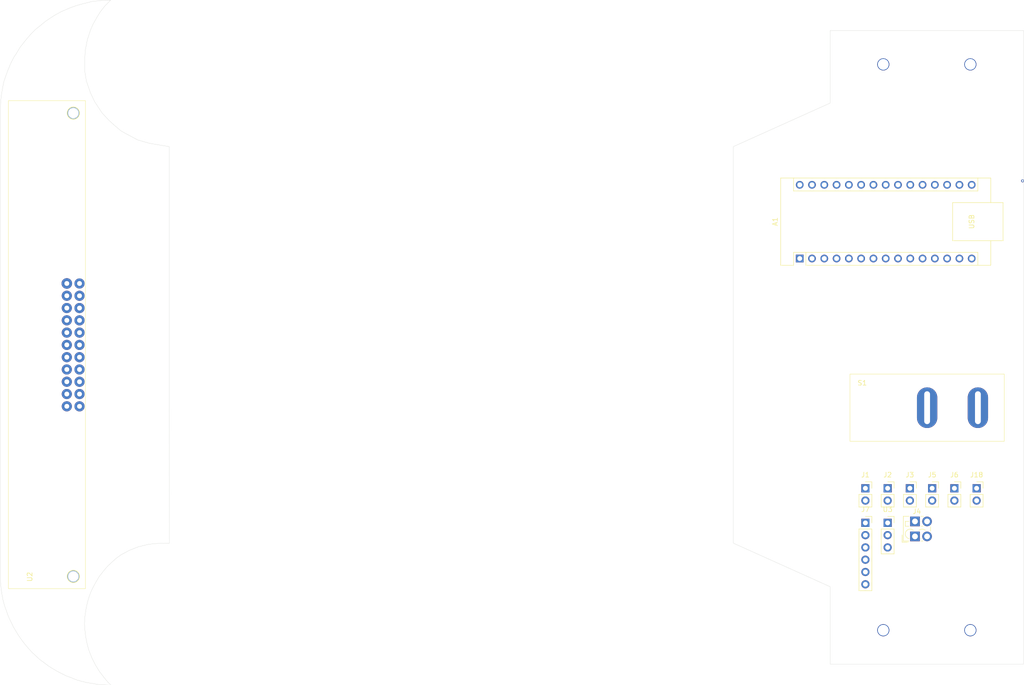
<source format=kicad_pcb>
(kicad_pcb (version 20240108) (generator "pcbnew") (generator_version "8.0")
  (layers (0 "F.Cu" signal) (31 "B.Cu" signal) (34 "B.Paste" user) (35 "F.Paste" user) (36 "B.SilkS" user "B.Silkscreen") (37 "F.SilkS" user "F.Silkscreen") (38 "B.Mask" user) (39 "F.Mask" user) (44 "Edge.Cuts" user))
  (net 0 "")
  (net 1 "/MotorBenb")
  (net 2 "/pin13_qtrx_in (RX)")
  (net 3 "/Led11")
  (net 4 "/pin13_EVEN")
  (net 5 "/Led3")
  (net 6 "/MotorAenb")
  (net 7 "/ODD")
  (net 8 "/Led4")
  (net 9 "GND")
  (net 10 "/Led8")
  (net 11 "/led10")
  (net 12 "/3V3_out")
  (net 13 "/pin1_qtrx_in (TX)")
  (net 14 "/led2")
  (net 15 "/Led12")
  (net 16 "/HighVolt_out")
  (net 17 "/RESET1")
  (net 18 "/pin12_led7")
  (net 19 "/MotorAinput")
  (net 20 "/A5")
  (net 21 "/A7")
  (net 22 "/RESET2")
  (net 23 "/MotorBinput")
  (net 24 "/Led9")
  (net 25 "/pin11_led6")
  (net 26 "/ref")
  (net 27 "/Led5")
  (net 28 "/A6")
  (net 29 "VCC")
  (net 30 "Net-(J1-Pin_1)")
  (net 31 "Net-(J1-Pin_2)")
  (net 32 "Net-(J2-Pin_2)")
  (net 33 "Net-(J2-Pin_1)")
  (net 34 "Net-(J3-Pin_1)")
  (net 35 "Net-(J3-Pin_2)")
  (net 36 "GND2")
  (net 37 "Net-(J4-Pin_1)")
  (net 38 "/QTRX_pin1_out")
  (net 39 "/QTRX_pin13_out")
  (net 40 "+12V")
  (footprint "Connector_PinSocket_2.54mm:PinSocket_1x02_P2.54mm_Vertical" (layer "F.Cu") (at 347.1 165.65)
    (property "Reference" "J5" (at 0 -2.77 0) (layer "F.SilkS"))
    (property "Value" "Socket_02")
    (fp_line (start -1.33 1.27) (end -1.33 3.87) (stroke (width 0.12)) (layer "F.SilkS"))
    (fp_line (start -1.33 1.27) (end 1.33 1.27) (stroke (width 0.12)) (layer "F.SilkS"))
    (fp_line (start -1.33 3.87) (end 1.33 3.87) (stroke (width 0.12)) (layer "F.SilkS"))
    (fp_line (start 0 -1.33) (end 1.33 -1.33) (stroke (width 0.12)) (layer "F.SilkS"))
    (fp_line (start 1.33 -1.33) (end 1.33 0) (stroke (width 0.12)) (layer "F.SilkS"))
    (fp_line (start 1.33 1.27) (end 1.33 3.87) (stroke (width 0.12)) (layer "F.SilkS"))
    (pad "1" thru_hole rect (at 0 0) (size 1.7 1.7) (drill 1) (layers "*.Cu" "*.Mask") (net 13 "/pin1_qtrx_in (TX)"))
    (pad "2" thru_hole oval (at 0 2.54) (size 1.7 1.7) (drill 1) (layers "*.Cu" "*.Mask") (net 2 "/pin13_qtrx_in (RX)"))
  )
  (footprint "Connector_PinSocket_2.54mm:PinSocket_1x02_P2.54mm_Vertical" (layer "F.Cu") (at 351.7 165.65)
    (property "Reference" "J6" (at 0 -2.77 0) (layer "F.SilkS"))
    (property "Value" "Socket_02")
    (fp_line (start -1.33 1.27) (end -1.33 3.87) (stroke (width 0.12)) (layer "F.SilkS"))
    (fp_line (start -1.33 1.27) (end 1.33 1.27) (stroke (width 0.12)) (layer "F.SilkS"))
    (fp_line (start -1.33 3.87) (end 1.33 3.87) (stroke (width 0.12)) (layer "F.SilkS"))
    (fp_line (start 0 -1.33) (end 1.33 -1.33) (stroke (width 0.12)) (layer "F.SilkS"))
    (fp_line (start 1.33 -1.33) (end 1.33 0) (stroke (width 0.12)) (layer "F.SilkS"))
    (fp_line (start 1.33 1.27) (end 1.33 3.87) (stroke (width 0.12)) (layer "F.SilkS"))
    (pad "1" thru_hole rect (at 0 0) (size 1.7 1.7) (drill 1) (layers "*.Cu" "*.Mask") (net 12 "/3V3_out"))
    (pad "2" thru_hole oval (at 0 2.54) (size 1.7 1.7) (drill 1) (layers "*.Cu" "*.Mask") (net 16 "/HighVolt_out"))
  )
  (footprint "" (layer "F.Cu") (at 337 195)
    (property "Reference" "" (at 0 0 0) (layer "F.SilkS") (effects (font (size 1.27 1.27))))
    (property "Value" "")
    (pad "" np_thru_hole circle (at 0 0 270) (size 2.5 2.5) (drill 2.2) (layers "F&B.Cu" "*.Mask"))
  )
  (footprint "" (layer "F.Cu") (at 355 195)
    (property "Reference" "" (at 0 0 0) (layer "F.SilkS") (effects (font (size 1.27 1.27))))
    (property "Value" "")
    (pad "" np_thru_hole circle (at 0 0 270) (size 2.5 2.5) (drill 2.2) (layers "F&B.Cu" "*.Mask"))
  )
  (footprint "Connector_PinSocket_2.54mm:PinSocket_1x02_P2.54mm_Vertical" (layer "F.Cu") (at 337.9 165.65)
    (property "Reference" "J2" (at 0 -2.77 0) (layer "F.SilkS"))
    (property "Value" "Socket_02")
    (fp_line (start -1.33 1.27) (end -1.33 3.87) (stroke (width 0.12)) (layer "F.SilkS"))
    (fp_line (start -1.33 1.27) (end 1.33 1.27) (stroke (width 0.12)) (layer "F.SilkS"))
    (fp_line (start -1.33 3.87) (end 1.33 3.87) (stroke (width 0.12)) (layer "F.SilkS"))
    (fp_line (start 0 -1.33) (end 1.33 -1.33) (stroke (width 0.12)) (layer "F.SilkS"))
    (fp_line (start 1.33 -1.33) (end 1.33 0) (stroke (width 0.12)) (layer "F.SilkS"))
    (fp_line (start 1.33 1.27) (end 1.33 3.87) (stroke (width 0.12)) (layer "F.SilkS"))
    (pad "1" thru_hole rect (at 0 0) (size 1.7 1.7) (drill 1) (layers "*.Cu" "*.Mask") (net 33 "Net-(J2-Pin_1)"))
    (pad "2" thru_hole oval (at 0 2.54) (size 1.7 1.7) (drill 1) (layers "*.Cu" "*.Mask") (net 32 "Net-(J2-Pin_2)"))
  )
  (footprint "RB141C1100:SW_RB141C1100" (layer "F.Cu") (at 330.0875 142.0125)
    (property "Reference" "S1" (at 2.56 1.86 0) (layer "F.SilkS"))
    (property "Value" "RB141C1100")
    (fp_rect (start 0.025 0.025) (end 31.925 13.925) (stroke (width 0.1)) (fill none) (layer "F.SilkS"))
    (pad "1" thru_hole oval (at 26.475 6.975) (size 4.2 8.4) (drill oval 1.2 6.8) (layers "*.Cu" "*.Mask") (net 37 "Net-(J4-Pin_1)"))
    (pad "2" thru_hole oval (at 15.975 6.975) (size 4.2 8.4) (drill oval 1.2 6.8) (layers "*.Cu" "*.Mask") (net 40 "+12V"))
  )
  (footprint "" (layer "F.Cu") (at 355 78)
    (property "Reference" "" (at 0 0 0) (layer "F.SilkS") (effects (font (size 1.27 1.27))))
    (property "Value" "")
    (pad "" np_thru_hole circle (at 0 0 270) (size 2.5 2.5) (drill 2.2) (layers "F&B.Cu" "*.Mask"))
  )
  (footprint "" (layer "F.Cu") (at 337 78)
    (property "Reference" "" (at 0 0 0) (layer "F.SilkS") (effects (font (size 1.27 1.27))))
    (property "Value" "")
    (pad "" np_thru_hole circle (at 0 0 270) (size 2.5 2.5) (drill 2.2) (layers "F&B.Cu" "*.Mask"))
  )
  (footprint "TerminalBlock_Phoenix:TerminalBlock_Phoenix_PTSM-0,5-2-2.5-V-THR_1x02_P2.50mm_Vertical" (layer "F.Cu") (at 343.55 175.6)
    (property "Reference" "J4" (at 0.4 -5.16 0) (layer "F.SilkS"))
    (property "Value" "Screw_Terminal")
    (fp_line (start -2.65 -0.29) (end -2.65 1.2) (stroke (width 0.12)) (layer "F.SilkS"))
    (fp_line (start -2.65 1.2) (end -1.4 1.2) (stroke (width 0.12)) (layer "F.SilkS"))
    (fp_line (start -2.41 -4.16) (end -2.41 0.961) (stroke (width 0.12)) (layer "F.SilkS"))
    (fp_line (start -2.41 -4.16) (end -1.24 -4.16) (stroke (width 0.12)) (layer "F.SilkS"))
    (fp_line (start -2.41 0.961) (end -1.24 0.961) (stroke (width 0.12)) (layer "F.SilkS"))
    (fp_line (start -2 -3.1) (end -2 -2.1) (stroke (width 0.12)) (layer "F.SilkS"))
    (fp_line (start -2 -3.1) (end -1.24 -3.1) (stroke (width 0.12)) (layer "F.SilkS"))
    (fp_line (start -2 -2.1) (end -1.24 -2.1) (stroke (width 0.12)) (layer "F.SilkS"))
    (fp_line (start 1.24 -4.16) (end 1.763 -4.16) (stroke (width 0.12)) (layer "F.SilkS"))
    (fp_line (start 1.24 -3.1) (end 1.245 -3.1) (stroke (width 0.12)) (layer "F.SilkS"))
    (fp_line (start 1.24 -2.1) (end 1.665 -2.1) (stroke (width 0.12)) (layer "F.SilkS"))
    (fp_line (start 1.24 0.961) (end 1.665 0.961) (stroke (width 0.12)) (layer "F.SilkS"))
    (fp_line (start 3.21 -2) (end 3.21 -1.1) (stroke (width 0.12)) (layer "F.SilkS"))
    (fp_arc (start -1.224629 0.474931) (mid -1.883573 -0.969306) (end -0.318 -1.232) (stroke (width 0.12)) (layer "F.SilkS"))
    (fp_arc (start 0.817811 -1.23232) (mid 1.483053 -1.500693) (end 2.157 -1.255) (stroke (width 0.12)) (layer "F.SilkS"))
    (fp_arc (start 1.344288 0.488343) (mid 1.284242 0.476993) (end 1.225 0.462) (stroke (width 0.12)) (layer "F.SilkS"))
    (pad "1" thru_hole rect (at 0 -3.1) (size 2 2) (drill 1.2) (layers "*.Cu" "*.Mask") (net 37 "Net-(J4-Pin_1)"))
    (pad "1" thru_hole rect (at 0 0) (size 2 2) (drill 1.2) (layers "*.Cu" "*.Mask") (net 37 "Net-(J4-Pin_1)"))
    (pad "2" thru_hole circle (at 2.5 -3.1) (size 2 2) (drill 1.2) (layers "*.Cu" "*.Mask") (net 36 "GND2"))
    (pad "2" thru_hole circle (at 2.5 0) (size 2 2) (drill 1.2) (layers "*.Cu" "*.Mask") (net 36 "GND2"))
  )
  (footprint "QTRX-13RC:QTRX-13RC" (layer "F.Cu") (at 172.05 136 90)
    (property "Reference" "U2" (at -47.95 -11.525 -90) (layer "F.SilkS"))
    (property "Value" "Array Reflectance Sensor")
    (fp_rect (start -50.4 -15.95) (end 50.5 -0.025) (stroke (width 0.1)) (fill none) (layer "F.SilkS"))
    (fp_circle (center 47.925 -2.525) (end 46.655 -2.525) (stroke (width 0.1524)) (fill none) (layer "F.SilkS"))
    (fp_circle (center -47.875 -2.525) (end -49.145 -2.525) (stroke (width 0.1524)) (fill none) (layer "F.SilkS"))
    (pad "" np_thru_hole circle (at -47.875 -2.525 270) (size 2.5 2.5) (drill 2.2) (layers "F&B.Cu" "*.Mask"))
    (pad "" np_thru_hole circle (at 47.925 -2.525 270) (size 2.5 2.5) (drill 2.2) (layers "F&B.Cu" "*.Mask"))
    (pad "EVEN" thru_hole circle (at 7.62 -3.875 270) (size 2.1 2.1) (drill 1) (layers "*.Cu" "*.Mask") (net 4 "/pin13_EVEN"))
    (pad "GND" thru_hole circle (at -12.705 -1.25 270) (size 2.1 2.1) (drill 1) (layers "*.Cu" "*.Mask") (net 9 "GND"))
    (pad "GND" thru_hole circle (at -12.7 -3.875 270) (size 2.1 2.1) (drill 1) (layers "*.Cu" "*.Mask") (net 9 "GND"))
    (pad "GND" thru_hole circle (at 12.695 -1.25 270) (size 2.1 2.1) (drill 1) (layers "*.Cu" "*.Mask") (net 9 "GND"))
    (pad "GND" thru_hole circle (at 12.7 -3.875 270) (size 2.1844 2.1844) (drill 1) (layers "*.Cu" "*.Mask") (net 9 "GND"))
    (pad "LED1" thru_hole circle (at 5.075 -1.25 270) (size 2.1 2.1) (drill 1) (layers "*.Cu" "*.Mask") (net 38 "/QTRX_pin1_out"))
    (pad "LED2" thru_hole circle (at 5.08 -3.875 270) (size 2.1 2.1) (drill 1) (layers "*.Cu" "*.Mask") (net 14 "/led2"))
    (pad "LED3" thru_hole circle (at 2.535 -1.25 270) (size 2.1 2.1) (drill 1) (layers "*.Cu" "*.Mask") (net 5 "/Led3"))
    (pad "LED4" thru_hole circle (at 2.54 -3.875 270) (size 2.1 2.1) (drill 1) (layers "*.Cu" "*.Mask") (net 8 "/Led4"))
    (pad "LED5" thru_hole circle (at -0.005 -1.25 270) (size 2.1 2.1) (drill 1) (layers "*.Cu" "*.Mask") (net 27 "/Led5"))
    (pad "LED6" thru_hole circle (at 0 -3.875 270) (size 2.1 2.1) (drill 1) (layers "*.Cu" "*.Mask") (net 25 "/pin11_led6"))
    (pad "LED7" thru_hole circle (at -2.545 -1.25 270) (size 2.1 2.1) (drill 1) (layers "*.Cu" "*.Mask") (net 18 "/pin12_led7"))
    (pad "LED8" thru_hole circle (at -2.54 -3.875 270) (size 2.1 2.1) (drill 1) (layers "*.Cu" "*.Mask") (net 10 "/Led8"))
    (pad "LED9" thru_hole circle (at -5.085 -1.25 270) (size 2.1 2.1) (drill 1) (layers "*.Cu" "*.Mask") (net 24 "/Led9"))
    (pad "LED10" thru_hole circle (at -5.08 -3.875 270) (size 2.1 2.1) (drill 1) (layers "*.Cu" "*.Mask") (net 11 "/led10"))
    (pad "LED11" thru_hole circle (at -7.625 -1.25 270) (size 2.1 2.1) (drill 1) (layers "*.Cu" "*.Mask") (net 3 "/Led11"))
    (pad "LED12" thru_hole circle (at -7.62 -3.875 270) (size 2.1 2.1) (drill 1) (layers "*.Cu" "*.Mask") (net 15 "/Led12"))
    (pad "LED13" thru_hole circle (at -10.165 -1.25 270) (size 2.1 2.1) (drill 1) (layers "*.Cu" "*.Mask") (net 39 "/QTRX_pin13_out"))
    (pad "ODD" thru_hole circle (at 7.615 -1.25 270) (size 2.1 2.1) (drill 1) (layers "*.Cu" "*.Mask") (net 7 "/ODD"))
    (pad "VCC" thru_hole circle (at -10.16 -3.875 270) (size 2.1 2.1) (drill 1) (layers "*.Cu" "*.Mask") (net 29 "VCC"))
    (pad "VCC" thru_hole circle (at 10.155 -1.25 270) (size 2.1 2.1) (drill 1) (layers "*.Cu" "*.Mask") (net 29 "VCC"))
    (pad "VCC" thru_hole circle (at 10.16 -3.875 270) (size 2.1 2.1) (drill 1) (layers "*.Cu" "*.Mask") (net 29 "VCC"))
  )
  (footprint "Connector_PinSocket_2.54mm:PinSocket_1x02_P2.54mm_Vertical" (layer "F.Cu") (at 356.3 165.65)
    (property "Reference" "J18" (at 0 -2.77 0) (layer "F.SilkS"))
    (property "Value" "Socket_02")
    (fp_line (start -1.33 1.27) (end -1.33 3.87) (stroke (width 0.12)) (layer "F.SilkS"))
    (fp_line (start -1.33 1.27) (end 1.33 1.27) (stroke (width 0.12)) (layer "F.SilkS"))
    (fp_line (start -1.33 3.87) (end 1.33 3.87) (stroke (width 0.12)) (layer "F.SilkS"))
    (fp_line (start 0 -1.33) (end 1.33 -1.33) (stroke (width 0.12)) (layer "F.SilkS"))
    (fp_line (start 1.33 -1.33) (end 1.33 0) (stroke (width 0.12)) (layer "F.SilkS"))
    (fp_line (start 1.33 1.27) (end 1.33 3.87) (stroke (width 0.12)) (layer "F.SilkS"))
    (pad "1" thru_hole rect (at 0 0) (size 1.7 1.7) (drill 1) (layers "*.Cu" "*.Mask") (net 38 "/QTRX_pin1_out"))
    (pad "2" thru_hole oval (at 0 2.54) (size 1.7 1.7) (drill 1) (layers "*.Cu" "*.Mask") (net 39 "/QTRX_pin13_out"))
  )
  (footprint "Connector_PinSocket_2.54mm:PinSocket_1x06_P2.54mm_Vertical" (layer "F.Cu") (at 333.3 172.8)
    (property "Reference" "J7" (at 0 -2.77 0) (layer "F.SilkS"))
    (property "Value" "Socket_06")
    (fp_line (start -1.33 1.27) (end -1.33 14.03) (stroke (width 0.12)) (layer "F.SilkS"))
    (fp_line (start -1.33 1.27) (end 1.33 1.27) (stroke (width 0.12)) (layer "F.SilkS"))
    (fp_line (start -1.33 14.03) (end 1.33 14.03) (stroke (width 0.12)) (layer "F.SilkS"))
    (fp_line (start 0 -1.33) (end 1.33 -1.33) (stroke (width 0.12)) (layer "F.SilkS"))
    (fp_line (start 1.33 -1.33) (end 1.33 0) (stroke (width 0.12)) (layer "F.SilkS"))
    (fp_line (start 1.33 1.27) (end 1.33 14.03) (stroke (width 0.12)) (layer "F.SilkS"))
    (pad "1" thru_hole rect (at 0 0) (size 1.7 1.7) (drill 1) (layers "*.Cu" "*.Mask") (net 26 "/ref"))
    (pad "2" thru_hole oval (at 0 2.54) (size 1.7 1.7) (drill 1) (layers "*.Cu" "*.Mask") (net 20 "/A5"))
    (pad "3" thru_hole oval (at 0 5.08) (size 1.7 1.7) (drill 1) (layers "*.Cu" "*.Mask") (net 28 "/A6"))
    (pad "4" thru_hole oval (at 0 7.62) (size 1.7 1.7) (drill 1) (layers "*.Cu" "*.Mask") (net 21 "/A7"))
    (pad "5" thru_hole oval (at 0 10.16) (size 1.7 1.7) (drill 1) (layers "*.Cu" "*.Mask") (net 17 "/RESET1"))
    (pad "6" thru_hole oval (at 0 12.7) (size 1.7 1.7) (drill 1) (layers "*.Cu" "*.Mask") (net 22 "/RESET2"))
  )
  (footprint "Connector_PinSocket_2.54mm:PinSocket_1x02_P2.54mm_Vertical" (layer "F.Cu") (at 342.5 165.65)
    (property "Reference" "J3" (at 0 -2.77 0) (layer "F.SilkS"))
    (property "Value" "Socket_02")
    (fp_line (start -1.33 1.27) (end -1.33 3.87) (stroke (width 0.12)) (layer "F.SilkS"))
    (fp_line (start -1.33 1.27) (end 1.33 1.27) (stroke (width 0.12)) (layer "F.SilkS"))
    (fp_line (start -1.33 3.87) (end 1.33 3.87) (stroke (width 0.12)) (layer "F.SilkS"))
    (fp_line (start 0 -1.33) (end 1.33 -1.33) (stroke (width 0.12)) (layer "F.SilkS"))
    (fp_line (start 1.33 -1.33) (end 1.33 0) (stroke (width 0.12)) (layer "F.SilkS"))
    (fp_line (start 1.33 1.27) (end 1.33 3.87) (stroke (width 0.12)) (layer "F.SilkS"))
    (pad "1" thru_hole rect (at 0 0) (size 1.7 1.7) (drill 1) (layers "*.Cu" "*.Mask") (net 34 "Net-(J3-Pin_1)"))
    (pad "2" thru_hole oval (at 0 2.54) (size 1.7 1.7) (drill 1) (layers "*.Cu" "*.Mask") (net 35 "Net-(J3-Pin_2)"))
  )
  (footprint "Module:Arduino_Nano" (layer "F.Cu") (at 319.72 118.14 90)
    (property "Reference" "A1" (at 7.62 -5.08 -90) (layer "F.SilkS"))
    (property "Value" "Arduino_Nano_Every")
    (fp_line (start 16.64 -3.94) (end -1.4 -3.94) (stroke (width 0.12)) (layer "F.SilkS"))
    (fp_line (start -1.4 -3.94) (end -1.4 -1.27) (stroke (width 0.12)) (layer "F.SilkS"))
    (fp_line (start 13.97 -1.27) (end 16.64 -1.27) (stroke (width 0.12)) (layer "F.SilkS"))
    (fp_line (start 13.97 -1.27) (end 13.97 36.83) (stroke (width 0.12)) (layer "F.SilkS"))
    (fp_line (start 1.27 -1.27) (end -1.4 -1.27) (stroke (width 0.12)) (layer "F.SilkS"))
    (fp_line (start 1.27 1.27) (end 1.27 -1.27) (stroke (width 0.12)) (layer "F.SilkS"))
    (fp_line (start 1.27 1.27) (end -1.4 1.27) (stroke (width 0.12)) (layer "F.SilkS"))
    (fp_line (start 1.27 1.27) (end 1.27 36.83) (stroke (width 0.12)) (layer "F.SilkS"))
    (fp_line (start -1.4 1.27) (end -1.4 39.5) (stroke (width 0.12)) (layer "F.SilkS"))
    (fp_line (start 11.56 31.62) (end 11.56 42.04) (stroke (width 0.12)) (layer "F.SilkS"))
    (fp_line (start 3.68 31.62) (end 11.56 31.62) (stroke (width 0.12)) (layer "F.SilkS"))
    (fp_line (start 13.97 36.83) (end 16.64 36.83) (stroke (width 0.12)) (layer "F.SilkS"))
    (fp_line (start 1.27 36.83) (end -1.4 36.83) (stroke (width 0.12)) (layer "F.SilkS"))
    (fp_line (start 16.64 39.5) (end 16.64 -3.94) (stroke (width 0.12)) (layer "F.SilkS"))
    (fp_line (start 16.64 39.5) (end 11.56 39.5) (stroke (width 0.12)) (layer "F.SilkS"))
    (fp_line (start -1.4 39.5) (end 3.68 39.5) (stroke (width 0.12)) (layer "F.SilkS"))
    (fp_line (start 11.56 42.04) (end 3.68 42.04) (stroke (width 0.12)) (layer "F.SilkS"))
    (fp_line (start 3.68 42.04) (end 3.68 31.62) (stroke (width 0.12)) (layer "F.SilkS"))
    (fp_text user "USB" (at 7.62 35.56 90) (layer "F.SilkS"))
    (pad "1" thru_hole rect (at 0 0 90) (size 1.6 1.6) (drill 1) (layers "*.Cu" "*.Mask") (net 13 "/pin1_qtrx_in (TX)"))
    (pad "2" thru_hole oval (at 0 2.54 90) (size 1.6 1.6) (drill 1) (layers "*.Cu" "*.Mask") (net 2 "/pin13_qtrx_in (RX)"))
    (pad "3" thru_hole oval (at 0 5.08 90) (size 1.6 1.6) (drill 1) (layers "*.Cu" "*.Mask") (net 17 "/RESET1"))
    (pad "4" thru_hole oval (at 0 7.62 90) (size 1.6 1.6) (drill 1) (layers "*.Cu" "*.Mask") (net 9 "GND"))
    (pad "5" thru_hole oval (at 0 10.16 90) (size 1.6 1.6) (drill 1) (layers "*.Cu" "*.Mask") (net 7 "/ODD"))
    (pad "6" thru_hole oval (at 0 12.7 90) (size 1.6 1.6) (drill 1) (layers "*.Cu" "*.Mask") (net 19 "/MotorAinput"))
    (pad "7" thru_hole oval (at 0 15.24 90) (size 1.6 1.6) (drill 1) (layers "*.Cu" "*.Mask") (net 14 "/led2"))
    (pad "8" thru_hole oval (at 0 17.78 90) (size 1.6 1.6) (drill 1) (layers "*.Cu" "*.Mask") (net 6 "/MotorAenb"))
    (pad "9" thru_hole oval (at 0 20.32 90) (size 1.6 1.6) (drill 1) (layers "*.Cu" "*.Mask") (net 23 "/MotorBinput"))
    (pad "10" thru_hole oval (at 0 22.86 90) (size 1.6 1.6) (drill 1) (layers "*.Cu" "*.Mask") (net 5 "/Led3"))
    (pad "11" thru_hole oval (at 0 25.4 90) (size 1.6 1.6) (drill 1) (layers "*.Cu" "*.Mask") (net 8 "/Led4"))
    (pad "12" thru_hole oval (at 0 27.94 90) (size 1.6 1.6) (drill 1) (layers "*.Cu" "*.Mask") (net 1 "/MotorBenb"))
    (pad "13" thru_hole oval (at 0 30.48 90) (size 1.6 1.6) (drill 1) (layers "*.Cu" "*.Mask") (net 27 "/Led5"))
    (pad "14" thru_hole oval (at 0 33.02 90) (size 1.6 1.6) (drill 1) (layers "*.Cu" "*.Mask") (net 25 "/pin11_led6"))
    (pad "15" thru_hole oval (at 0 35.56 90) (size 1.6 1.6) (drill 1) (layers "*.Cu" "*.Mask") (net 18 "/pin12_led7"))
    (pad "16" thru_hole oval (at 15.24 35.56 90) (size 1.6 1.6) (drill 1) (layers "*.Cu" "*.Mask") (net 4 "/pin13_EVEN"))
    (pad "17" thru_hole oval (at 15.24 33.02 90) (size 1.6 1.6) (drill 1) (layers "*.Cu" "*.Mask") (net 12 "/3V3_out"))
    (pad "18" thru_hole oval (at 15.24 30.48 90) (size 1.6 1.6) (drill 1) (layers "*.Cu" "*.Mask") (net 26 "/ref"))
    (pad "19" thru_hole oval (at 15.24 27.94 90) (size 1.6 1.6) (drill 1) (layers "*.Cu" "*.Mask") (net 10 "/Led8"))
    (pad "20" thru_hole oval (at 15.24 25.4 90) (size 1.6 1.6) (drill 1) (layers "*.Cu" "*.Mask") (net 24 "/Led9"))
    (pad "21" thru_hole oval (at 15.24 22.86 90) (size 1.6 1.6) (drill 1) (layers "*.Cu" "*.Mask") (net 11 "/led10"))
    (pad "22" thru_hole oval (at 15.24 20.32 90) (size 1.6 1.6) (drill 1) (layers "*.Cu" "*.Mask") (net 3 "/Led11"))
    (pad "23" thru_hole oval (at 15.24 17.78 90) (size 1.6 1.6) (drill 1) (layers "*.Cu" "*.Mask") (net 15 "/Led12"))
    (pad "24" thru_hole oval (at 15.24 15.24 90) (size 1.6 1.6) (drill 1) (layers "*.Cu" "*.Mask") (net 20 "/A5"))
    (pad "25" thru_hole oval (at 15.24 12.7 90) (size 1.6 1.6) (drill 1) (layers "*.Cu" "*.Mask") (net 28 "/A6"))
    (pad "26" thru_hole oval (at 15.24 10.16 90) (size 1.6 1.6) (drill 1) (layers "*.Cu" "*.Mask") (net 21 "/A7"))
    (pad "27" thru_hole oval (at 15.24 7.62 90) (size 1.6 1.6) (drill 1) (layers "*.Cu" "*.Mask") (net 16 "/HighVolt_out"))
    (pad "28" thru_hole oval (at 15.24 5.08 90) (size 1.6 1.6) (drill 1) (layers "*.Cu" "*.Mask") (net 22 "/RESET2"))
    (pad "29" thru_hole oval (at 15.24 2.54 90) (size 1.6 1.6) (drill 1) (layers "*.Cu" "*.Mask") (net 9 "GND"))
    (pad "30" thru_hole oval (at 15.24 0 90) (size 1.6 1.6) (drill 1) (layers "*.Cu" "*.Mask") (net 29 "VCC"))
  )
  (footprint "Connector_PinSocket_2.54mm:PinSocket_1x03_P2.54mm_Vertical" (layer "F.Cu") (at 337.9 172.8)
    (property "Reference" "U3" (at 0 -2.77 0) (layer "F.SilkS"))
    (property "Value" "L7805")
    (fp_line (start -1.33 1.27) (end -1.33 6.41) (stroke (width 0.12)) (layer "F.SilkS"))
    (fp_line (start -1.33 1.27) (end 1.33 1.27) (stroke (width 0.12)) (layer "F.SilkS"))
    (fp_line (start -1.33 6.41) (end 1.33 6.41) (stroke (width 0.12)) (layer "F.SilkS"))
    (fp_line (start 0 -1.33) (end 1.33 -1.33) (stroke (width 0.12)) (layer "F.SilkS"))
    (fp_line (start 1.33 -1.33) (end 1.33 0) (stroke (width 0.12)) (layer "F.SilkS"))
    (fp_line (start 1.33 1.27) (end 1.33 6.41) (stroke (width 0.12)) (layer "F.SilkS"))
    (pad "1" thru_hole rect (at 0 0) (size 1.7 1.7) (drill 1) (layers "*.Cu" "*.Mask") (net 40 "+12V"))
    (pad "2" thru_hole oval (at 0 2.54) (size 1.7 1.7) (drill 1) (layers "*.Cu" "*.Mask") (net 36 "GND2"))
    (pad "3" thru_hole oval (at 0 5.08) (size 1.7 1.7) (drill 1) (layers "*.Cu" "*.Mask") (net 29 "VCC"))
  )
  (footprint "Connector_PinSocket_2.54mm:PinSocket_1x02_P2.54mm_Vertical" (layer "F.Cu") (at 333.3 165.65)
    (property "Reference" "J1" (at 0 -2.77 0) (layer "F.SilkS"))
    (property "Value" "Socket_02")
    (fp_line (start -1.33 1.27) (end -1.33 3.87) (stroke (width 0.12)) (layer "F.SilkS"))
    (fp_line (start -1.33 1.27) (end 1.33 1.27) (stroke (width 0.12)) (layer "F.SilkS"))
    (fp_line (start -1.33 3.87) (end 1.33 3.87) (stroke (width 0.12)) (layer "F.SilkS"))
    (fp_line (start 0 -1.33) (end 1.33 -1.33) (stroke (width 0.12)) (layer "F.SilkS"))
    (fp_line (start 1.33 -1.33) (end 1.33 0) (stroke (width 0.12)) (layer "F.SilkS"))
    (fp_line (start 1.33 1.27) (end 1.33 3.87) (stroke (width 0.12)) (layer "F.SilkS"))
    (pad "1" thru_hole rect (at 0 0) (size 1.7 1.7) (drill 1) (layers "*.Cu" "*.Mask") (net 30 "Net-(J1-Pin_1)"))
    (pad "2" thru_hole oval (at 0 2.54) (size 1.7 1.7) (drill 1) (layers "*.Cu" "*.Mask") (net 31 "Net-(J1-Pin_2)"))
  )
  (gr_poly (pts (xy 366 202) (xy 366 71) (xy 326 71) (xy 326 86) (xy 306 95) (xy 306 177) (xy 326 186) (xy 326 202)) (stroke (width 0.05)) (fill none) (layer "Edge.Cuts"))
  (gr_poly (pts (xy 189.35 95) (xy 186.921608 94.597961) (xy 185.171608 94.297961) (xy 182.771608 93.597961) (xy 180.721608 92.497961) (xy 179.371608 91.747961) (xy 177.671608 90.297961) (xy 176.821608 89.497961) (xy 175.471608 88.047961) (xy 173.921608 85.697961) (xy 173.064377 83.884982) (xy 172.221608 81.447961) (xy 171.871608 79.347961) (xy 171.871608 76.897961) (xy 172.021608 74.947961) (xy 172.421608 72.897961) (xy 173.071608 70.897961) (xy 173.621608 69.647961) (xy 174.321608 68.397961) (xy 175.121608 67.097961) (xy 176.071608 65.897961) (xy 177.234855 64.711406) (xy 175.621608 64.747961) (xy 173.371608 64.997961) (xy 171.371608 65.497961) (xy 170.121608 65.847961) (xy 168.871608 66.297961) (xy 167.121608 67.047961) (xy 165.721608 67.797961) (xy 164.721608 68.447961) (xy 163.771608 69.097961) (xy 162.671608 69.997961) (xy 161.721608 70.747961) (xy 160.821608 71.647961) (xy 159.871608 72.747961) (xy 159.071608 73.747961) (xy 158.521608 74.447961) (xy 157.771608 75.697961) (xy 157.271608 76.447961) (xy 156.621608 77.697961) (xy 155.921608 79.397961) (xy 155.571608 80.347961) (xy 155.121608 81.697961) (xy 154.871608 82.997961) (xy 154.671608 84.197961) (xy 154.521608 85.497961) (xy 154.384855 87.311899) (xy 154.384855 183.161899) (xy 154.421608 184.697961) (xy 154.521608 185.697961) (xy 154.621608 186.597961) (xy 154.771608 187.647961) (xy 154.971608 188.697961) (xy 155.271608 189.847961) (xy 155.671608 190.947961) (xy 156.021608 191.947961) (xy 156.321608 192.647961) (xy 156.721608 193.447961) (xy 157.121608 194.297961) (xy 157.621608 195.147961) (xy 158.171608 196.047961) (xy 158.721608 196.847961) (xy 159.471608 197.847961) (xy 160.371608 198.897961) (xy 160.984921 199.580023) (xy 161.721608 200.247961) (xy 162.571608 201.047961) (xy 163.321608 201.597961) (xy 164.321608 202.347961) (xy 165.171608 202.897961) (xy 166.121608 203.447961) (xy 167.071608 203.947961) (xy 168.071608 204.447961) (xy 169.171608 204.847961) (xy 170.121608 205.247961) (xy 171.171608 205.547961) (xy 172.421608 205.847961) (xy 173.471608 205.997961) (xy 174.471608 206.197961) (xy 175.921608 206.297961) (xy 177.327749 206.36439) (xy 176.771608 205.847961) (xy 175.971608 204.897961) (xy 174.971608 203.597961) (xy 174.071608 202.147961) (xy 173.371608 200.747961) (xy 172.721608 199.097961) (xy 172.371608 197.797961) (xy 172.071608 196.297961) (xy 171.921608 194.997961) (xy 171.821608 193.697961) (xy 171.921608 192.147961) (xy 172.121608 190.747961) (xy 172.321608 189.747961) (xy 172.671608 188.397961) (xy 173.10113 187.202754) (xy 173.671608 185.997961) (xy 174.221608 184.997961) (xy 174.871608 183.897961) (xy 175.721608 182.797961) (xy 176.571608 181.797961) (xy 177.421608 180.997961) (xy 178.421608 180.097961) (xy 179.4 179.4) (xy 181.05 178.5) (xy 182.95 177.75) (xy 185 177.25) (xy 186.25 177.1) (xy 187.2 177.05) (xy 188.35 177.05) (xy 189.4 177)) (stroke (width 0.05)) (fill none) (layer "Edge.Cuts"))
  (via (at 365.798807 102.083856) (size 0.6) (drill 0.3) (layers "F.Cu" "B.Cu") (net 0))
)
</source>
